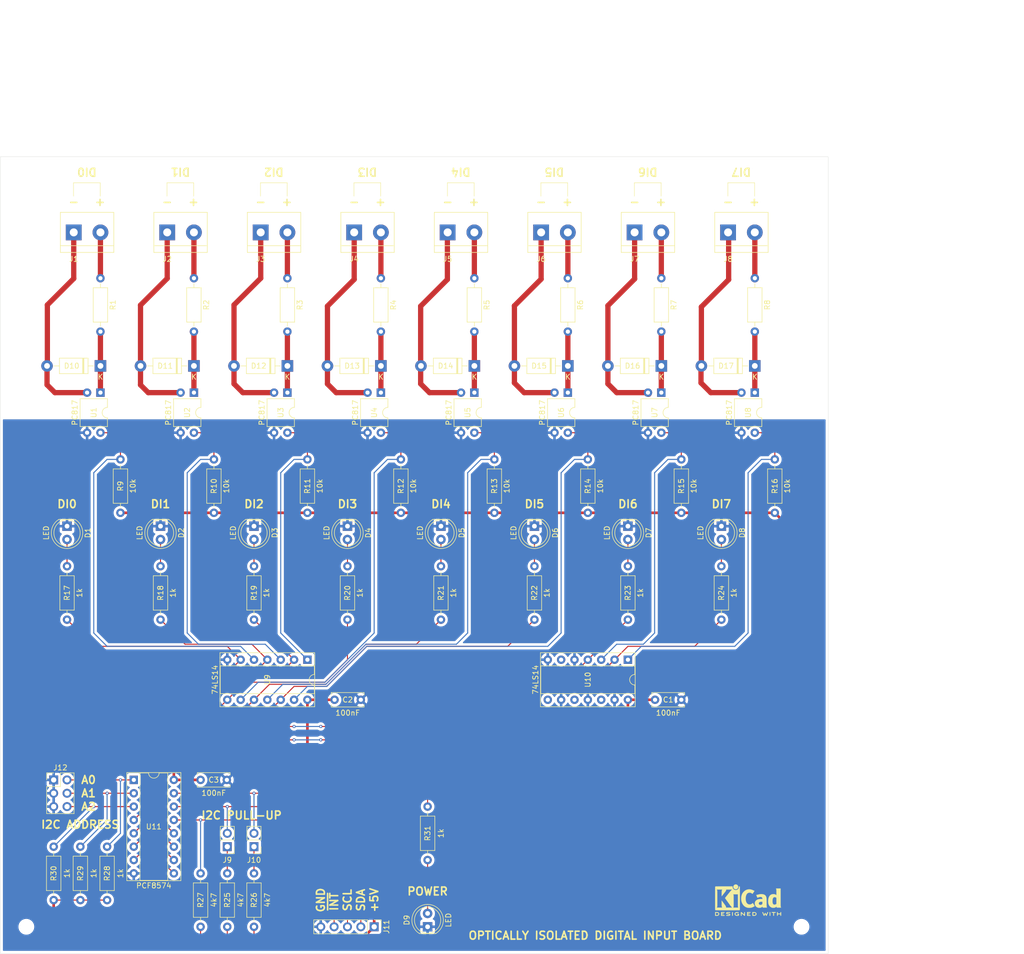
<source format=kicad_pcb>
(kicad_pcb (version 20240108) (generator "pcbnew") (generator_version "8.0")
  (layers (0 "F.Cu" signal) (31 "B.Cu" signal) (34 "B.Paste" user) (35 "F.Paste" user) (36 "B.SilkS" user "B.Silkscreen") (37 "F.SilkS" user "F.Silkscreen") (38 "B.Mask" user) (39 "F.Mask" user) (44 "Edge.Cuts" user))
  (net 0 "")
  (net 1 "Net-(D1-A)")
  (net 2 "Net-(D2-A)")
  (net 3 "Net-(D3-A)")
  (net 4 "Net-(R11-Pad2)")
  (net 5 "Net-(D4-A)")
  (net 6 "Net-(D5-A)")
  (net 7 "Net-(R13-Pad2)")
  (net 8 "Net-(D6-A)")
  (net 9 "Net-(D7-A)")
  (net 10 "Net-(R15-Pad2)")
  (net 11 "Net-(D8-A)")
  (net 12 "Net-(R16-Pad2)")
  (net 13 "GND")
  (net 14 "Net-(D9-A)")
  (net 15 "+5V")
  (net 16 "Net-(J3-Pin_2)")
  (net 17 "Net-(J4-Pin_2)")
  (net 18 "Net-(J1-Pin_2)")
  (net 19 "Net-(J7-Pin_2)")
  (net 20 "Net-(J8-Pin_2)")
  (net 21 "P0")
  (net 22 "P1")
  (net 23 "P2")
  (net 24 "P3")
  (net 25 "P4")
  (net 26 "P5")
  (net 27 "P6")
  (net 28 "P7")
  (net 29 "Net-(J10-Pin_2)")
  (net 30 "Net-(D10-K)")
  (net 31 "Net-(D10-A)")
  (net 32 "Net-(D11-K)")
  (net 33 "Net-(D11-A)")
  (net 34 "Net-(D12-K)")
  (net 35 "Net-(J9-Pin_1)")
  (net 36 "Net-(D12-A)")
  (net 37 "Net-(D13-K)")
  (net 38 "Net-(D13-A)")
  (net 39 "Net-(J10-Pin_1)")
  (net 40 "Net-(D14-K)")
  (net 41 "Net-(J2-Pin_2)")
  (net 42 "Net-(J12-Pin_2)")
  (net 43 "Net-(D14-A)")
  (net 44 "Net-(D15-K)")
  (net 45 "Net-(J5-Pin_2)")
  (net 46 "Net-(J6-Pin_2)")
  (net 47 "Net-(J11-Pin_3)")
  (net 48 "Net-(J11-Pin_4)")
  (net 49 "Net-(J12-Pin_4)")
  (net 50 "Net-(J12-Pin_6)")
  (net 51 "Net-(D15-A)")
  (net 52 "Net-(D16-K)")
  (net 53 "Net-(D16-A)")
  (net 54 "Net-(D17-K)")
  (net 55 "Net-(D17-A)")
  (net 56 "Net-(R9-Pad2)")
  (net 57 "Net-(R10-Pad2)")
  (net 58 "Net-(R12-Pad2)")
  (net 59 "Net-(R14-Pad2)")
  (footprint "Resistor_THT:R_Axial_DIN0207_L6.3mm_D2.5mm_P10.16mm_Horizontal" (layer "F.Cu") (at 191.78 84.915 -90)
    (property "Reference" "R7")
    (property "Value" "4k7")
  )
  (footprint "TerminalBlock:TerminalBlock_bornier-2_P5.08mm" (layer "F.Cu") (at 133.355 76.2)
    (property "Reference" "J4" (hide yes))
    (property "Value" "DI3")
  )
  (footprint "Package_DIP:DIP-4_W7.62mm" (layer "F.Cu") (at 120.655 106.68 -90)
    (property "Reference" "U3" (hide yes))
    (property "Value" "PC817")
  )
  (footprint "Resistor_THT:R_Axial_DIN0207_L6.3mm_D2.5mm_P10.16mm_Horizontal" (layer "F.Cu") (at 167.64 149.86 90)
    (property "Reference" "R22" (hide yes))
    (property "Value" "1k")
  )
  (footprint "LED_THT:LED_D5.0mm" (layer "F.Cu") (at 167.64 132.08 -90)
    (property "Reference" "D6")
    (property "Value" "LED")
  )
  (footprint "Resistor_THT:R_Axial_DIN0207_L6.3mm_D2.5mm_P10.16mm_Horizontal" (layer "F.Cu") (at 86.36 193.04 -90)
    (property "Reference" "R28" (hide yes))
    (property "Value" "1k")
  )
  (footprint "Package_DIP:DIP-4_W7.62mm" (layer "F.Cu") (at 138.435 106.68 -90)
    (property "Reference" "U4" (hide yes))
    (property "Value" "PC817")
  )
  (footprint "TerminalBlock:TerminalBlock_bornier-2_P5.08mm" (layer "F.Cu") (at 204.475 76.2)
    (property "Reference" "J8" (hide yes))
    (property "Value" "DI7")
  )
  (footprint "Package_DIP:DIP-4_W7.62mm" (layer "F.Cu") (at 102.875 106.68 -90)
    (property "Reference" "U2" (hide yes))
    (property "Value" "PC817")
  )
  (footprint "Resistor_THT:R_Axial_DIN0207_L6.3mm_D2.5mm_P10.16mm_Horizontal" (layer "F.Cu") (at 81.28 193.04 -90)
    (property "Reference" "R29" (hide yes))
    (property "Value" "1k")
  )
  (footprint "Resistor_THT:R_Axial_DIN0207_L6.3mm_D2.5mm_P10.16mm_Horizontal" (layer "F.Cu") (at 173.995 84.92 -90)
    (property "Reference" "R6")
    (property "Value" "4k7")
  )
  (footprint "MountingHole:MountingHole_2.5mm" (layer "F.Cu") (at 71 67)
    (property "Reference" "H1" (hide yes))
    (property "Value" "MountingHole" (hide yes))
  )
  (footprint "Resistor_THT:R_Axial_DIN0207_L6.3mm_D2.5mm_P10.16mm_Horizontal" (layer "F.Cu") (at 124.46 129.54 90)
    (property "Reference" "R11" (hide yes))
    (property "Value" "10k")
  )
  (footprint "Package_DIP:DIP-4_W7.62mm" (layer "F.Cu") (at 156.215 106.68 -90)
    (property "Reference" "U5" (hide yes))
    (property "Value" "PC817")
  )
  (footprint "MountingHole:MountingHole_2.5mm" (layer "F.Cu") (at 71 208.28)
    (property "Reference" "H3" (hide yes))
    (property "Value" "MountingHole" (hide yes))
  )
  (footprint "Capacitor_THT:C_Disc_D6.0mm_W2.5mm_P5.00mm" (layer "F.Cu") (at 104.14 180.34)
    (property "Reference" "C3" (hide yes))
    (property "Value" "100nF")
  )
  (footprint "TerminalBlock:TerminalBlock_bornier-2_P5.08mm" (layer "F.Cu") (at 151.135 76.2)
    (property "Reference" "J5" (hide yes))
    (property "Value" "DI4")
  )
  (footprint "Resistor_THT:R_Axial_DIN0207_L6.3mm_D2.5mm_P10.16mm_Horizontal" (layer "F.Cu") (at 142.24 129.54 90)
    (property "Reference" "R12" (hide yes))
    (property "Value" "10k")
  )
  (footprint "Symbol:KiCad-Logo2_5mm_SilkScreen" (layer "F.Cu") (at 208.28 203.2)
    (property "Reference" "REF**" (hide yes))
    (property "Value" "KiCad-Logo2_5mm_SilkScreen" (hide yes))
  )
  (footprint "Resistor_THT:R_Axial_DIN0207_L6.3mm_D2.5mm_P10.16mm_Horizontal" (layer "F.Cu") (at 76.2 193.04 -90)
    (property "Reference" "R30" (hide yes))
    (property "Value" "1k")
  )
  (footprint "Package_DIP:DIP-4_W7.62mm" (layer "F.Cu") (at 85.095 106.68 -90)
    (property "Reference" "U1" (hide yes))
    (property "Value" "PC817")
  )
  (footprint "MountingHole:MountingHole_2.5mm" (layer "F.Cu") (at 218.44 208.28)
    (property "Reference" "H4" (hide yes))
    (property "Value" "MountingHole" (hide yes))
  )
  (footprint "Diode_THT:D_DO-41_SOD81_P10.16mm_Horizontal" (layer "F.Cu") (at 138.435 101.6 180)
    (property "Reference" "D13" (hide yes))
    (property "Value" "1N4007" (hide yes))
  )
  (footprint "Diode_THT:D_DO-41_SOD81_P10.16mm_Horizontal" (layer "F.Cu") (at 120.655 101.6 180)
    (property "Reference" "D12" (hide yes))
    (property "Value" "1N4007" (hide yes))
  )
  (footprint "Capacitor_THT:C_Disc_D6.0mm_W2.5mm_P5.00mm" (layer "F.Cu") (at 190.58 165.1)
    (property "Reference" "C1" (hide yes))
    (property "Value" "100nF")
  )
  (footprint "LED_THT:LED_D5.0mm" (layer "F.Cu") (at 132.08 132.08 -90)
    (property "Reference" "D4")
    (property "Value" "LED")
  )
  (footprint "Capacitor_THT:C_Disc_D6.0mm_W2.5mm_P5.00mm" (layer "F.Cu") (at 129.62 165.1)
    (property "Reference" "C2" (hide yes))
    (property "Value" "100nF")
  )
  (footprint "Connector_PinHeader_2.54mm:PinHeader_1x05_P2.54mm_Vertical" (layer "F.Cu") (at 137.16 208.28 -90)
    (property "Reference" "J11")
    (property "Value" "~")
  )
  (footprint "Resistor_THT:R_Axial_DIN0207_L6.3mm_D2.5mm_P10.16mm_Horizontal" (layer "F.Cu") (at 96.52 149.86 90)
    (property "Reference" "R18" (hide yes))
    (property "Value" "1k")
  )
  (footprint "Diode_THT:D_DO-41_SOD81_P10.16mm_Horizontal" (layer "F.Cu") (at 156.215 101.6 180)
    (property "Reference" "D14" (hide yes))
    (property "Value" "1N4007" (hide yes))
  )
  (footprint "Diode_THT:D_DO-41_SOD81_P10.16mm_Horizontal" (layer "F.Cu") (at 191.775 101.6 180)
    (property "Reference" "D16" (hide yes))
    (property "Value" "1N4007" (hide yes))
  )
  (footprint "MountingHole:MountingHole_2.5mm" (layer "F.Cu") (at 218.5 67)
    (property "Reference" "H2" (hide yes))
    (property "Value" "MountingHole" (hide yes))
  )
  (footprint "Resistor_THT:R_Axial_DIN0207_L6.3mm_D2.5mm_P10.16mm_Horizontal" (layer "F.Cu") (at 120.655 84.92 -90)
    (property "Reference" "R3")
    (property "Value" "4k7")
  )
  (footprint "TerminalBlock:TerminalBlock_bornier-2_P5.08mm" (layer "F.Cu") (at 168.915 76.2)
    (property "Reference" "J6" (hide yes))
    (property "Value" "DI5")
  )
  (footprint "Resistor_THT:R_Axial_DIN0207_L6.3mm_D2.5mm_P10.16mm_Horizontal" (layer "F.Cu") (at 138.435 84.92 -90)
    (property "Reference" "R4")
    (property "Value" "4k7")
  )
  (footprint "Resistor_THT:R_Axial_DIN0207_L6.3mm_D2.5mm_P10.16mm_Horizontal" (layer "F.Cu") (at 156.215 84.92 -90)
    (property "Reference" "R5")
    (property "Value" "4k7")
  )
  (footprint "LED_THT:LED_D5.0mm" (layer "F.Cu") (at 78.74 132.08 -90)
    (property "Reference" "D1")
    (property "Value" "LED")
  )
  (footprint "TerminalBlock:TerminalBlock_bornier-2_P5.08mm" (layer "F.Cu") (at 115.575 76.2)
    (property "Reference" "J3" (hide yes))
    (property "Value" "DI2")
  )
  (footprint "LED_THT:LED_D5.0mm" (layer "F.Cu") (at 96.52 132.08 -90)
    (property "Reference" "D2")
    (property "Value" "LED")
  )
  (footprint "Resistor_THT:R_Axial_DIN0207_L6.3mm_D2.5mm_P10.16mm_Horizontal" (layer "F.Cu") (at 213.36 129.54 90)
    (property "Reference" "R16" (hide yes))
    (property "Value" "10k")
  )
  (footprint "Resistor_THT:R_Axial_DIN0207_L6.3mm_D2.5mm_P10.16mm_Horizontal" (layer "F.Cu") (at 114.3 198.12 -90)
    (property "Reference" "R26" (hide yes))
    (property "Value" "4k7")
  )
  (footprint "Resistor_THT:R_Axial_DIN0207_L6.3mm_D2.5mm_P10.16mm_Horizontal" (layer "F.Cu") (at 177.8 129.54 90)
    (property "Reference" "R14" (hide yes))
    (property "Value" "10k")
  )
  (footprint "Resistor_THT:R_Axial_DIN0207_L6.3mm_D2.5mm_P10.16mm_Horizontal" (layer "F.Cu") (at 203.2 149.86 90)
    (property "Reference" "R24" (hide yes))
    (property "Value" "1k")
  )
  (footprint "LED_THT:LED_D5.0mm" (layer "F.Cu") (at 114.3 132.08 -90)
    (property "Reference" "D3")
    (property "Value" "LED")
  )
  (footprint "Package_DIP:DIP-4_W7.62mm" (layer "F.Cu") (at 209.555 106.68 -90)
    (property "Reference" "U8" (hide yes))
    (property "Value" "PC817")
  )
  (footprint "Package_DIP:DIP-14_W7.62mm_Socket" (layer "F.Cu") (at 185.42 157.48 -90)
    (property "Reference" "U10" (hide yes))
    (property "Value" "74LS14")
  )
  (footprint "Connector_PinHeader_2.54mm:PinHeader_1x02_P2.54mm_Vertical" (layer "F.Cu") (at 109.22 193.04 180)
    (property "Reference" "J9")
    (property "Value" "~")
  )
  (footprint "Resistor_THT:R_Axial_DIN0207_L6.3mm_D2.5mm_P10.16mm_Horizontal" (layer "F.Cu") (at 78.74 149.86 90)
    (property "Reference" "R17" (hide yes))
    (property "Value" "1k")
  )
  (footprint "Resistor_THT:R_Axial_DIN0207_L6.3mm_D2.5mm_P10.16mm_Horizontal" (layer "F.Cu") (at 160.02 129.54 90)
    (property "Reference" "R13" (hide yes))
    (property "Value" "10k")
  )
  (footprint "Resistor_THT:R_Axial_DIN0207_L6.3mm_D2.5mm_P10.16mm_Horizontal" (layer "F.Cu") (at 102.875 84.92 -90)
    (property "Reference" "R2")
    (property "Value" "4k7")
  )
  (footprint "TerminalBlock:TerminalBlock_bornier-2_P5.08mm" (layer "F.Cu") (at 80.015 76.2)
    (property "Reference" "J1" (hide yes))
    (property "Value" "DI0")
  )
  (footprint "LED_THT:LED_D5.0mm" (layer "F.Cu") (at 147.32 208.28 90)
    (property "Reference" "D9")
    (property "Value" "LED")
  )
  (footprint "Diode_THT:D_DO-41_SOD81_P10.16mm_Horizontal" (layer "F.Cu") (at 209.555 101.6 180)
    (property "Reference" "D17" (hide yes))
    (property "Value" "1N4007" (hide yes))
  )
  (footprint "Package_DIP:DIP-16_W7.62mm_Socket" (layer "F.Cu") (at 91.44 180.34)
    (property "Reference" "U11" (hide yes))
    (property "Value" "PCF8574")
  )
  (footprint "Package_DIP:DIP-4_W7.62mm" (layer "F.Cu") (at 173.995 106.68 -90)
    (property "Reference" "U6" (hide yes))
    (property "Value" "PC817")
  )
  (footprint "TerminalBlock:TerminalBlock_bornier-2_P5.08mm" (layer "F.Cu") (at 186.695 76.2)
    (property "Reference" "J7" (hide yes))
    (property "Value" "DI6")
  )
  (footprint "Resistor_THT:R_Axial_DIN0207_L6.3mm_D2.5mm_P10.16mm_Horizontal" (layer "F.Cu") (at 85.095 84.92 -90)
    (property "Reference" "R1")
    (property "Value" "4k7")
  )
  (footprint "Diode_THT:D_DO-41_SOD81_P10.16mm_Horizontal" (layer "F.Cu") (at 173.995 101.6 180)
    (property "Reference" "D15" (hide yes))
    (property "Value" "1N4007" (hide yes))
  )
  (footprint "Resistor_THT:R_Axial_DIN0207_L6.3mm_D2.5mm_P10.16mm_Horizontal" (layer "F.Cu") (at 195.58 129.54 90)
    (property "Reference" "R15" (hide yes))
    (property "Value" "10k")
  )
  (footprint "LED_THT:LED_D5.0mm" (layer "F.Cu") (at 149.86 132.08 -90)
    (property "Reference" "D5")
    (property "Value" "LED")
  )
  (footprint "Package_DIP:DIP-14_W7.62mm_Socket" (layer "F.Cu") (at 124.46 157.48 -90)
    (property "Reference" "U9" (hide yes))
    (property "Value" "74LS14")
  )
  (footprint "Diode_THT:D_DO-41_SOD81_P10.16mm_Horizontal" (layer "F.Cu") (at 102.875 101.6 180)
    (property "Reference" "D11" (hide yes))
    (property "Value" "1N4007" (hide yes))
  )
  (footprint "Resistor_THT:R_Axial_DIN0207_L6.3mm_D2.5mm_P10.16mm_Horizontal" (layer "F.Cu") (at 109.22 198.12 -90)
    (property "Reference" "R25" (hide yes))
    (property "Value" "4k7")
  )
  (footprint "Diode_THT:D_DO-41_SOD81_P10.16mm_Horizontal" (layer "F.Cu") (at 85.095 101.6 180)
    (property "Reference" "D10" (hide yes))
    (property "Value" "1N4007" (hide yes))
  )
  (footprint "Resistor_THT:R_Axial_DIN0207_L6.3mm_D2.5mm_P10.16mm_Horizontal" (layer "F.Cu") (at 88.9 129.54 90)
    (property "Reference" "R9" (hide yes))
    (property "Value" "10k")
  )
  (footprint "Resistor_THT:R_Axial_DIN0207_L6.3mm_D2.5mm_P10.16mm_Horizontal" (layer "F.Cu") (at 104.14 208.28 90)
    (property "Reference" "R27" (hide yes))
    (property "Value" "4k7")
  )
  (footprint "TerminalBlock:TerminalBlock_bornier-2_P5.08mm" (layer "F.Cu") (at 97.795 76.2)
    (property "Reference" "J2" (hide yes))
    (property "Value" "DI1")
  )
  (footprint "Package_DIP:DIP-4_W7.62mm" (layer "F.Cu") (at 191.775 106.68 -90)
    (property "Reference" "U7" (hide yes))
    (property "Value" "PC817")
  )
  (footprint "Resistor_THT:R_Axial_DIN0207_L6.3mm_D2.5mm_P10.16mm_Horizontal" (layer "F.Cu") (at 149.86 149.86 90)
    (property "Reference" "R21" (hide yes))
    (property "Value" "1k")
  )
  (footprint "LED_THT:LED_D5.0mm" (layer "F.Cu") (at 185.42 132.08 -90)
    (property "Reference" "D7")
    (property "Value" "LED")
  )
  (footprint "Resistor_THT:R_Axial_DIN0207_L6.3mm_D2.5mm_P10.16mm_Horizontal" (layer "F.Cu") (at 185.42 149.86 90)
    (property "Reference" "R23" (hide yes))
    (property "Value" "1k")
  )
  (footprint "Resistor_THT:R_Axial_DIN0207_L6.3mm_D2.5mm_P10.16mm_Horizontal" (layer "F.Cu") (at 114.3 149.86 90)
    (property "Reference" "R19" (hide yes))
    (property "Value" "1k")
  )
  (footprint "Connector_PinHeader_2.54mm:PinHeader_2x03_P2.54mm_Vertical" (layer "F.Cu") (at 76.2 180.34)
    (property "Reference" "J12")
    (property "Value" "Conn_02x03_Odd_Even" (hide yes))
  )
  (footprint "Resistor_THT:R_Axial_DIN0207_L6.3mm_D2.5mm_P10.16mm_Horizontal" (layer "F.Cu") (at 132.08 149.86 90)
    (property "Reference" "R20" (hide yes))
    (property "Value" "1k")
  )
  (footprint "Resistor_THT:R_Axial_DIN0207_L6.3mm_D2.5mm_P10.16mm_Horizontal" (layer "F.Cu") (at 147.32 185.42 -90)
    (property "Reference" "R31" (hide yes))
    (property "Value" "1k")
  )
  (footprint "Connector_PinHeader_2.54mm:PinHeader_1x02_P2.54mm_Vertical" (layer "F.Cu") (at 114.3 193.04 180)
    (property "Reference" "J10")
    (property "Value" "~")
  )
  (footprint "Resistor_THT:R_Axial_DIN0207_L6.3mm_D2.5mm_P10.16mm_Horizontal" (layer "F.Cu") (at 106.68 129.54 90)
    (property "Reference" "R10" (hide yes))
    (property "Value" "10k")
  )
  (footprint "LED_THT:LED_D5.0mm" (layer "F.Cu") (at 203.2 132.08 -90)
    (property "Reference" "D8")
    (property "Value" "LED")
  )
  (footprint "Resistor_THT:R_Axial_DIN0207_L6.3mm_D2.5mm_P10.16mm_Horizontal" (layer "F.Cu") (at 209.56 84.915 -90)
    (property "Reference" "R8")
    (property "Value" "4k7")
  )
  (gr_line (start 133.315 69.311) (end 133.315 66.771) (stroke (width 0.1)) (layer "F.SilkS"))
  (gr_line (start 97.755 69.311) (end 97.755 66.771) (stroke (width 0.1)) (layer "F.SilkS"))
  (gr_line (start 138.395 66.771) (end 138.395 69.311) (stroke (width 0.1)) (layer "F.SilkS"))
  (gr_line (start 186.655 69.311) (end 186.655 66.771) (stroke (width 0.1)) (layer "F.SilkS"))
  (gr_line (start 151.095 69.311) (end 151.095 66.771) (stroke (width 0.1)) (layer "F.SilkS"))
  (gr_line (start 168.875 69.311) (end 168.875 66.771) (stroke (width 0.1)) (layer "F.SilkS"))
  (gr_line (start 85.055 66.771) (end 85.055 69.311) (stroke (width 0.1)) (layer "F.SilkS"))
  (gr_line (start 115.535 66.771) (end 120.615 66.771) (stroke (width 0.1)) (layer "F.SilkS"))
  (gr_line (start 204.435 66.771) (end 209.515 66.771) (stroke (width 0.1)) (layer "F.SilkS"))
  (gr_line (start 115.535 69.311) (end 115.535 66.771) (stroke (width 0.1)) (layer "F.SilkS"))
  (gr_line (start 79.975 66.771) (end 85.055 66.771) (stroke (width 0.1)) (layer "F.SilkS"))
  (gr_line (start 168.875 66.771) (end 173.955 66.771) (stroke (width 0.1)) (layer "F.SilkS"))
  (gr_line (start 191.735 66.771) (end 191.735 69.311) (stroke (width 0.1)) (layer "F.SilkS"))
  (gr_line (start 79.975 69.311) (end 79.975 66.771) (stroke (width 0.1)) (layer "F.SilkS"))
  (gr_line (start 204.435 69.311) (end 204.435 66.771) (stroke (width 0.1)) (layer "F.SilkS"))
  (gr_line (start 173.955 66.771) (end 173.955 69.311) (stroke (width 0.1)) (layer "F.SilkS"))
  (gr_line (start 151.095 66.771) (end 156.175 66.771) (stroke (width 0.1)) (layer "F.SilkS"))
  (gr_line (start 102.835 66.771) (end 102.835 69.311) (stroke (width 0.1)) (layer "F.SilkS"))
  (gr_line (start 156.175 66.771) (end 156.175 69.311) (stroke (width 0.1)) (layer "F.SilkS"))
  (gr_line (start 120.615 66.771) (end 120.615 69.311) (stroke (width 0.1)) (layer "F.SilkS"))
  (gr_line (start 209.515 66.771) (end 209.515 69.311) (stroke (width 0.1)) (layer "F.SilkS"))
  (gr_line (start 133.315 66.771) (end 138.395 66.771) (stroke (width 0.1)) (layer "F.SilkS"))
  (gr_line (start 186.655 66.771) (end 191.735 66.771) (stroke (width 0.1)) (layer "F.SilkS"))
  (gr_line (start 97.755 66.771) (end 102.835 66.771) (stroke (width 0.1)) (layer "F.SilkS"))
  (gr_rect (start 66.04 61.84) (end 223.52 213.36) (stroke (width 0.05)) (fill none) (layer "Edge.Cuts"))
  (gr_text "-" (at 168.915 71.271 0) (layer "F.SilkS") (effects (font (size 1.5 1.5) (thickness 0.3) (bold yes)) (justify bottom)))
  (gr_text "SDA" (at 134.62 203.2 90) (layer "F.SilkS") (effects (font (size 1.5 1.5) (thickness 0.3) (bold yes))))
  (gr_text "+" (at 156.135 71.271 0) (layer "F.SilkS") (effects (font (size 1.5 1.5) (thickness 0.3) (bold yes)) (justify bottom)))
  (gr_text "+" (at 173.915 71.271 0) (layer "F.SilkS") (effects (font (size 1.5 1.5) (thickness 0.3) (bold yes)) (justify bottom)))
  (gr_text "+5V" (at 137.16 203.2 90) (layer "F.SilkS") (effects (font (size 1.5 1.5) (thickness 0.3) (bold yes))))
  (gr_text "-" (at 80.015 71.271 0) (layer "F.SilkS") (effects (font (size 1.5 1.5) (thickness 0.3) (bold yes)) (justify bottom)))
  (gr_text "-" (at 97.795 71.271 0) (layer "F.SilkS") (effects (font (size 1.5 1.5) (thickness 0.3) (bold yes)) (justify bottom)))
  (gr_text "+" (at 120.575 71.271 0) (layer "F.SilkS") (effects (font (size 1.5 1.5) (thickness 0.3) (bold yes)) (justify bottom)))
  (gr_text "GND" (at 127 203.2 90) (layer "F.SilkS") (effects (font (size 1.5 1.5) (thickness 0.3) (bold yes))))
  (gr_text "+" (at 85.015 71.271 0) (layer "F.SilkS") (effects (font (size 1.5 1.5) (thickness 0.3) (bold yes)) (justify bottom)))
  (gr_text "+" (at 102.795 71.271 0) (layer "F.SilkS") (effects (font (size 1.5 1.5) (thickness 0.3) (bold yes)) (justify bottom)))
  (gr_text "-" (at 115.575 71.271 0) (layer "F.SilkS") (effects (font (size 1.5 1.5) (thickness 0.3) (bold yes)) (justify bottom)))
  (gr_text "I2C ADDRESS" (at 73.66 187.96 0) (layer "F.SilkS") (effects (font (size 1.5 1.5) (thickness 0.3) (bold yes)) (justify left top)))
  (gr_text "DI7" (at 203.2 127 0) (layer "F.SilkS") (effects (font (size 1.5 1.5) (thickness 0.3) (bold yes)) (justify top)))
  (gr_text "+" (at 209.475 71.271 0) (layer "F.SilkS") (effects (font (size 1.5 1.5) (thickness 0.3) (bold yes)) (justify bottom)))
  (gr_text "-" (at 151.135 71.271 0) (layer "F.SilkS") (effects (font (size 1.5 1.5) (thickness 0.3) (bold yes)) (justify bottom)))
  (gr_text "DI0" (at 78.74 127 0) (layer "F.SilkS") (effects (font (size 1.5 1.5) (thickness 0.3) (bold yes)) (justify top)))
  (gr_text "A0" (at 81.28 180.34 0) (layer "F.SilkS") (effects (font (size 1.5 1.5) (thickness 0.3) (bold yes)) (justify left)))
  (gr_text "~{INT}" (at 129.54 203.5 90) (layer "F.SilkS") (effects (font (size 1.5 1.5) (thickness 0.3) (bold yes))))
  (gr_text "I2C PULL-UP" (at 104.14 187.96 0) (layer "F.SilkS") (effects (font (size 1.5 1.5) (thickness 0.3) (bold yes)) (justify left bottom)))
  (gr_text "A1" (at 81.28 182.88 0) (layer "F.SilkS") (effects (font (size 1.5 1.5) (thickness 0.3) (bold yes)) (justify left)))
  (gr_text "SCL" (at 132.08 203.2 90) (layer "F.SilkS") (effects (font (size 1.5 1.5) (thickness 0.3) (bold yes))))
  (gr_text "DI3" (at 132.08 127 0) (layer "F.SilkS") (effects (font (size 1.5 1.5) (thickness 0.3) (bold yes)) (justify top)))
  (gr_text "DI4" (at 149.86 127 0) (layer "F.SilkS") (effects (font (size 1.5 1.5) (thickness 0.3) (bold yes)) (justify top)))
  (gr_text "+" (at 191.695 71.271 0) (layer "F.SilkS") (effects (font (size 1.5 1.5) (thickness 0.3) (bold yes)) (justify bottom)))
  (gr_text "A2" (at 81.28 185.42 0) (layer "F.SilkS") (effects (font (size 1.5 1.5) (thickness 0.3) (bold yes)) (justify left)))
  (gr_text "POWER" (at 147.32 200.66 0) (layer "F.SilkS") (effects (font (size 1.5 1.5) (thickness 0.3) (bold yes)) (justify top)))
  (gr_text "DI1" (at 96.52 127 0) (layer "F.SilkS") (effects (font (size 1.5 1.5) (thickness 0.3) (bold yes)) (justify top)))
  (gr_text "DI2" (at 114.3 127 0) (layer "F.SilkS") (effects (font (size 1.5 1.5) (thickness 0.3) (bold yes)) (justify top)))
  (gr_text "DI5" (at 167.64 127 0) (layer "F.SilkS") (effects (font (size 1.5 1.5) (thickness 0.3) (bold yes)) (justify top)))
  (gr_text "OPTICALLY ISOLATED DIGITAL INPUT BOARD" (at 154.94 210.82 0) (layer "F.SilkS") (effects (font (size 1.5 1.5) (thickness 0.3) (bold yes)) (justify left bottom)))
  (gr_text "+" (at 138.355 71.271 0) (layer "F.SilkS") (effects (font (size 1.5 1.5) (thickness 0.3) (bold yes)) (justify bottom)))
  (gr_text "-" (at 204.475 71.271 0) (layer "F.SilkS") (effects (font (size 1.5 1.5) (thickness 0.3) (bold yes)) (justify bottom)))
  (gr_text "DI6" (at 185.42 127 0) (layer "F.SilkS") (effects (font (size 1.5 1.5) (thickness 0.3) (bold yes)) (justify top)))
  (gr_text "-" (at 133.355 71.271 0) (layer "F.SilkS") (effects (font (size 1.5 1.5) (thickness 0.3) (bold yes)) (justify bottom)))
  (gr_text "-" (at 186.695 71.271 0) (layer "F.SilkS") (effects (font (size 1.5 1.5) (thickness 0.3) (bold yes)) (justify bottom)))
  (segment (start 78.74 139.7) (end 78.74 134.62) (width 0.2) (layer "F.Cu") (net 1))
  (segment (start 96.52 139.7) (end 96.52 134.62) (width 0.2) (layer "F.Cu") (net 2))
  (segment (start 114.3 139.7) (end 114.3 134.62) (width 0.2) (layer "F.Cu") (net 3))
  (segment (start 124.46 116.84) (end 124.46 119.38) (width 0.2) (layer "F.Cu") (net 4))
  (segment (start 121.92 114.3) (end 124.46 116.84) (width 0.2) (layer "F.Cu") (net 4))
  (segment (start 120.655 114.3) (end 121.92 114.3) (width 0.2) (layer "F.Cu") (net 4))
  (segment (start 119.38 152.4) (end 124.46 157.48) (width 0.2) (layer "B.Cu") (net 4))
  (segment (start 124.46 119.38) (end 121.92 119.38) (width 0.2) (layer "B.Cu") (net 4))
  (segment (start 121.92 119.38) (end 119.38 121.92) (width 0.2) (layer "B.Cu") (net 4))
  (segment (start 119.38 121.92) (end 119.38 152.4) (width 0.2) (layer "B.Cu") (net 4))
  (segment (start 132.08 134.62) (end 132.08 139.7) (width 0.2) (layer "F.Cu") (net 5))
  (segment (start 149.86 134.62) (end 149.86 139.7) (width 0.2) (layer "F.Cu") (net 6))
  (segment (start 156.215 114.3) (end 157.48 114.3) (width 0.2) (layer "F.Cu") (net 7))
  (segment (start 160.02 116.84) (end 160.02 119.38) (width 0.2) (layer "F.Cu") (net 7))
  (segment (start 157.48 114.3) (end 160.02 116.84) (width 0.2) (layer "F.Cu") (net 7))
  (segment (start 135.585685 154.54) (end 127.965685 162.16) (width 0.2) (layer "B.Cu") (net 7))
  (segment (start 154.94 121.92) (end 154.94 152.4) (width 0.2) (layer "B.Cu") (net 7))
  (segment (start 157.48 119.38) (end 154.94 121.92) (width 0.2) (layer "B.Cu") (net 7))
  (segment (start 154.94 152.4) (end 152.8 154.54) (width 0.2) (layer "B.Cu") (net 7))
  (segment (start 152.8 154.54) (end 135.585685 154.54) (width 0.2) (layer "B.Cu") (net 7))
  (segment (start 127.965685 162.16) (end 119.78 162.16) (width 0.2) (layer "B.Cu") (net 7))
  (segment (start 119.78 162.16) (end 116.84 165.1) (width 0.2) (layer "B.Cu") (net 7))
  (segment (start 160.02 119.38) (end 157.48 119.38) (width 0.2) (layer "B.Cu") (net 7))
  (segment (start 167.64 134.62) (end 167.64 139.7) (width 0.2) (layer "F.Cu") (net 8))
  (segment (start 185.42 134.62) (end 185.42 139.7) (width 0.2) (layer "F.Cu") (net 9))
  (segment (start 195.58 116.84) (end 195.58 119.38) (width 0.2) (layer "F.Cu") (net 10))
  (segment (start 191.775 114.3) (end 193.04 114.3) (width 0.2) (layer "F.Cu") (net 10))
  (segment (start 193.04 114.3) (end 195.58 116.84) (width 0.2) (layer "F.Cu") (net 10))
  (segment (start 190.5 121.92) (end 190.5 152.4) (width 0.2) (layer "B.Cu") (net 10))
  (segment (start 183.28 154.54) (end 180.34 157.48) (width 0.2) (layer "B.Cu") (net 10))
  (segment (start 195.58 119.38) (end 193.04 119.38) (width 0.2) (layer "B.Cu") (net 10))
  (segment (start 193.04 119.38) (end 190.5 121.92) (width 0.2) (layer "B.Cu") (net 10))
  (segment (start 190.5 152.4) (end 188.36 154.54) (width 0.2) (layer "B.Cu") (net 10))
  (segment (start 188.36 154.54) (end 183.28 154.54) (width 0.2) (layer "B.Cu") (net 10))
  (segment (start 203.2 139.7) (end 203.2 134.62) (width 0.2) (layer "F.Cu") (net 11))
  (segment (start 213.36 116.84) (end 213.36 119.38) (width 0.2) (layer "F.Cu") (net 12))
  (segment (start 209.555 114.3) (end 210.82 114.3) (width 0.2) (layer "F.Cu") (net 12))
  (segment (start 210.82 114.3) (end 213.36 116.84) (width 0.2) (layer "F.Cu") (net 12))
  (segment (start 187.96 154.94) (end 185.42 157.48) (width 0.2) (layer "B.Cu") (net 12))
  (segment (start 205.74 154.94) (end 187.96 154.94) (width 0.2) (layer "B.Cu") (net 12))
  (segment (start 208.28 121.92) (end 208.28 152.4) (width 0.2) (layer "B.Cu") (net 12))
  (segment (start 208.28 152.4) (end 205.74 154.94) (width 0.2) (layer "B.Cu") (net 12))
  (segment (start 210.82 119.38) (end 208.28 121.92) (width 0.2) (layer "B.Cu") (net 12))
  (segment (start 213.36 119.38) (end 210.82 119.38) (width 0.2) (layer "B.Cu") (net 12))
  (segment (start 147.32 205.74) (end 147.32 195.58) (width 0.2) (layer "F.Cu") (net 14))
  (segment (start 147.32 185.42) (end 147.32 182.88) (width 0.2) (layer "F.Cu") (net 15))
  (segment (start 99.06 180.34) (end 104.14 180.34) (width 0.5) (layer "F.Cu") (net 15))
  (segment (start 144.78 180.34) (end 137.16 180.34) (width 0.2) (layer "F.Cu") (net 15))
  (segment (start 137.16 175.26) (end 147.32 175.26) (width 0.5) (layer "F.Cu") (net 15))
  (segment (start 147.32 175.26) (end 152.4 175.26) (width 0.5) (layer "F.Cu") (net 15))
  (segment (start 114.3 210.82) (end 109.22 210.82) (width 0.5) (layer "F.Cu") (net 15))
  (segment (start 78.74 210.82) (end 76.2 208.28) (width 0.5) (layer "F.Cu") (net 15))
  (segment (start 185.42 175.26) (end 185.42 165.1) (width 0.5) (layer "F.Cu") (net 15))
  (segment (start 96.52 129.54) (end 106.68 129.54) (width 0.5) (layer "F.Cu") (net 15))
  (segment (start 114.3 208.28) (end 114.3 210.82) (width 0.2) (layer "F.Cu") (net 15))
  (segment (start 185.42 165.1) (end 190.58 165.1) (width 0.5) (layer "F.Cu") (net 15))
  (segment (start 81.28 203.2) (end 76.2 203.2) (width 0.2) (layer "F.Cu") (net 15))
  (segment (start 124.46 175.26) (end 124.46 165.1) (width 0.5) (layer "F.Cu") (net 15))
  (segment (start 195.58 129.54) (end 200.66 129.54) (width 0.5) (layer "F.Cu") (net 15))
  (segment (start 160.02 129.54) (end 177.8 129.54) (width 0.5) (layer "F.Cu") (net 15))
  (segment (start 142.24 129.54) (end 160.02 129.54) (width 0.5) (layer "F.Cu") (net 15))
  (segment (start 124.46 129.54) (end 142.24 129.54) (width 0.5) (layer "F.Cu") (net 15))
  (segment (start 88.9 129.54) (end 96.52 129.54) (width 0.5) (layer "F.Cu") (net 15))
  (segment (start 215.9 132.08) (end 213.36 129.54) (width 0.5) (layer "F.Cu") (net 15))
  (segment (start 124.46 175.26) (end 101.6 175.26) (width 0.5) (layer "F.Cu") (net 15))
  (segment (start 99.06 177.8) (end 99.06 180.34) (width 0.5) (layer "F.Cu") (net 15))
  (segment (start 147.32 182.88) (end 144.78 180.34) (width 0.2) (layer "F.Cu") (net 15))
  (segment (start 200.66 129.54) (end 213.36 129.54) (width 0.5) (layer "F.Cu") (net 15))
  (segment (start 137.16 175.26) (end 137.16 185.42) (width 0.5) (layer "F.Cu") (net 15))
  (segment (start 76.2 208.28) (end 76.2 203.2) (width 0.5) (layer "F.Cu") (net 15))
  (segment (start 137.16 208.28) (end 134.62 210.82) (width 0.5) (layer "F.Cu") (net 15))
  (segment (start 104.14 210.82) (end 109.22 210.82) (width 0.5) (layer "F.Cu") (net 15))
  (segment (start 106.68 129.54) (end 116.84 129.54) (width 0.5) (layer "F.Cu") (net 15))
  (segment (start 132.08 175.26) (end 137.16 175.26) (width 0.5) (layer "F.Cu") (net 15))
  (segment (start 215.9 152.4) (end 215.9 132.08) (width 0.5) (layer "F.Cu") (net 15))
  (segment (start 187.96 129.54) (end 195.58 129.54) (width 0.5) (layer "F.Cu") (net 15))
  (segment (start 116.84 129.54) (end 124.46 129.54) (width 0.5) (layer "F.Cu") (net 15))
  (segment (start 185.42 175.26) (end 193.04 175.26) (width 0.5) (layer "F.Cu") (net 15))
  (segment (start 78.74 210.82) (end 104.14 210.82) (width 0.5) (layer "F.Cu") (net 15))
  (segment (start 177.8 129.54) (end 187.96 129.54) (width 0.5) (layer "F.Cu") (net 15))
  (segment (start 132.08 175.26) (end 124.46 175.26) (width 0.5) (layer "F.Cu") (net 15))
  (segment (start 86.36 203.2) (end 81.28 203.2) (width 0.2) (layer "F.Cu") (net 15))
  (segment (start 134.62 210.82) (end 114.3 210.82) (width 0.5) (layer "F.Cu") (net 15))
  (segment (start 137.16 185.42) (end 137.16 198.12) (width 0.5) (layer "F.Cu") (net 15))
  (segment (start 101.6 175.26) (end 99.06 177.8) (width 0.5) (layer "F.Cu") (net 15))
  (segment (start 193.04 175.26) (end 215.9 152.4) (width 0.5) (layer "F.Cu") (net 15))
  (segment (start 124.46 165.1) (end 129.62 165.1) (width 0.5) (layer "F.Cu") (net 15))
  (segment (start 137.16 198.12) (end 137.16 208.28) (width 0.5) (layer "F.Cu") (net 15))
  (segment (start 152.4 175.26) (end 185.42 175.26) (width 0.5) (layer "F.Cu") (net 15))
  (segment (start 104.14 208.28) (end 104.14 210.82) (width 0.2) (layer "F.Cu") (net 15))
  (segment (start 109.22 208.28) (end 109.22 210.82) (width 0.2) (layer "F.Cu") (net 15))
  (segment (start 120.655 76.2) (end 120.655 84.92) (width 1) (layer "F.Cu") (net 16))
  (segment (start 138.44 84.915) (end 138.435 84.92) (width 0.2) (layer "F.Cu") (net 17))
  (segment (start 138.44 76.415) (end 138.44 84.915) (width 1) (layer "F.Cu") (net 17))
  (segment (start 85.095 84.92) (end 85.095 76.2) (width 1) (layer "F.Cu") (net 18))
  (segment (start 191.81 84.915) (end 192 84.725) (width 1) (layer "F.Cu") (net 19))
  (segment (start 191.78 84.915) (end 191.81 84.915) (width 1) (layer "F.Cu") (net 19))
  (segment (start 191.775 84.91) (end 191.78 84.915) (width 1) (layer "F.Cu") (net 19))
  (segment (start 192 76.275) (end 191.775 76.5) (width 1) (layer "F.Cu") (net 19))
  (segment (start 191.775 76.5) (end 191.775 84.91) (width 1) (layer "F.Cu") (net 19))
  (segment (start 209.555 76.2) (end 209.56 76.205) (width 1) (layer "F.Cu") (net 20))
  (segment (start 209.56 76.205) (end 209.56 84.915) (width 1) (layer "F.Cu") (net 20))
  (segment (start 93.18 171.25726) (end 93.18 186.22) (width 0.2) (layer "F.Cu") (net 21))
  (segment (start 111.76 157.48) (end 109.62 159.62) (width 0.2) (layer "F.Cu") (net 21))
  (segment (start 83.82 154.94) (end 78.74 149.86) (width 0.2) (layer "F.Cu") (net 21))
  (segment (start 109.62 159.62) (end 104.81726 159.62) (width 0.2) (layer "F.Cu") (net 21))
  (segment (start 111.76 157.48) (end 109.22 154.94) (width 0.2) (layer "F.Cu") (net 21))
  (segment (start 104.81726 159.62) (end 93.18 171.25726) (width 0.2) (layer "F.Cu") (net 21))
  (segment (start 93.18 186.22) (end 91.44 187.96) (width 0.2) (layer "F.Cu") (net 21))
  (segment (start 109.22 154.94) (end 83.82 154.94) (width 0.2) (layer "F.Cu") (net 21))
  (segment (start 93.58 188.36) (end 91.44 190.5) (width 0.2) (layer "F.Cu") (net 22))
  (segment (start 93.58 171.422945) (end 93.58 188.36) (width 0.2) (layer "F.Cu") (net 22))
  (segment (start 116.84 157.48) (end 114.3 160.02) (width 0.2) (layer "F.Cu") (net 22))
  (segment (start 113.9 154.54) (end 101.2 154.54) (width 0.2) (layer "F.Cu") (net 22))
  (segment (start 104.982945 160.02) (end 93.58 171.422945) (width 0.2) (layer "F.Cu") (net 22))
  (segment (start 114.3 160.02) (end 104.982945 160.02) (width 0.2) (layer "F.Cu") (net 22))
  (segment (start 116.84 157.48) (end 113.9 154.54) (width 0.2) (layer "F.Cu") (net 22))
  (segment (start 101.2 154.54) (end 96.52 149.86) (width 0.2) (layer "F.Cu") (net 22))
  (segment (start 93.98 190.5) (end 91.44 193.04) (width 0.2) (layer "F.Cu") (net 23))
  (segment (start 105.14863 160.42) (end 93.98 171.58863) (width 0.2) (layer "F.Cu") (net 23))
  (segment (start 93.98 171.58863) (end 93.98 190.5) (width 0.2) (layer "F.Cu") (net 23))
  (segment (start 118.98 160.42) (end 105.14863 160.42) (width 0.2) (layer "F.Cu") (net 23))
  (segment (start 121.92 157.48) (end 118.98 160.42) (width 0.2) (layer "F.Cu") (net 23))
  (segment (start 121.92 157.48) (end 114.3 149.86) (width 0.2) (layer "F.Cu") (net 23))
  (segment (start 112.56 161.76) (end 127.8 161.76) (width 0.2) (layer "F.Cu") (net 24))
  (segment (start 94.38 171.754315) (end 94.38 192.64) (width 0.2) (layer "F.Cu") (net 24))
  (segment (start 132.08 157.48) (end 132.08 149.86) (width 0.2) (layer "F.Cu") (net 24))
  (segment (start 127.8 161.76) (end 132.08 157.48) (width 0.2) (layer "F.Cu") (net 24))
  (segment (start 109.22 165.1) (end 107.08 167.24) (width 0.2) (layer "F.Cu") (net 24))
  (segment (start 94.38 192.64) (end 91.44 195.58) (width 0.2) (layer "F.Cu") (net 24))
  (segment (start 107.08 167.24) (end 98.894314 167.24) (width 0.2) (layer "F.Cu") (net 24))
  (segment (start 98.894314 167.24) (end 94.38 171.754315) (width 0.2) (layer "F.Cu") (net 24))
  (segment (start 109.22 165.1) (end 112.56 161.76) (width 0.2) (layer "F.Cu") (net 24))
  (segment (start 94.78 171.92) (end 94.78 193.84) (width 0.2) (layer "F.Cu") (net 25))
  (segment (start 149.86 149.86) (end 145.18 154.54) (width 0.2) (layer "F.Cu") (net 25))
  (segment (start 145.18 154.54) (end 135.585686 154.54) (width 0.2) (layer "F.Cu") (net 25))
  (segment (start 135.585686 154.54) (end 127.965686 162.16) (width 0.2) (layer "F.Cu") (net 25))
  (segment (start 94.78 193.84) (end 99.06 198.12) (width 0.2) (layer "F.Cu") (net 25))
  (segment (start 99.06 167.64) (end 94.78 171.92) (width 0.2) (layer "F.Cu") (net 25))
  (segment (start 111.76 167.64) (end 99.06 167.64) (width 0.2) (layer "F.Cu") (net 25))
  (segment (start 127.965686 162.16) (end 117.24 162.16) (width 0.2) (layer "F.Cu") (net 25))
  (segment (start 117.24 162.16) (end 114.3 165.1) (width 0.2) (layer "F.Cu") (net 25))
  (segment (start 114.3 165.1) (end 111.76 167.64) (width 0.2) (layer "F.Cu") (net 25))
  (segment (start 121.92 162.56) (end 128.131372 162.56) (width 0.2) (layer "F.Cu") (net 26))
  (segment (start 128.131372 162.56) (end 135.751372 154.94) (width 0.2) (layer "F.Cu") (net 26))
  (segment (start 95.18 191.7) (end 99.06 195.58) (width 0.2) (layer "F.Cu") (net 26))
  (segment (start 99.225686 168.04) (end 95.18 172.085686) (width 0.2) (layer "F.Cu") (net 26))
  (segment (start 95.18 172.085686) (end 95.18 191.7) (width 0.2) (layer "F.Cu") (net 26))
  (segment (start 162.56 154.94) (end 167.64 149.86) (width 0.2) (layer "F.Cu") (net 26))
  (segment (start 116.44 168.04) (end 99.225686 168.04) (width 0.2) (layer "F.Cu") (net 26))
  (segment (start 135.751372 154.94) (end 162.56 154.94) (width 0.2) (layer "F.Cu") (net 26))
  (segment (start 119.38 165.1) (end 116.44 168.04) (width 0.2) (layer "F.Cu") (net 26))
  (segment (start 119.38 165.1) (end 121.92 162.56) (width 0.2) (layer "F.Cu") (net 26))
  (segment (start 177.8 157.48) (end 175.26 160.02) (width 0.2) (layer "F.Cu") (net 27))
  (segment (start 175.26 160.02) (end 144.78 160.02) (width 0.2) (layer "F.Cu") (net 27))
  (segment (start 121.92 170.18) (end 101.034315 170.18) (width 0.2) (layer "F.Cu") (net 27))
  (segment (start 96.52 190.5) (end 99.06 193.04) (width 0.2) (layer "F.Cu") (net 27))
  (segment (start 101.034315 170.18) (end 96.52 174.694315) (width 0.2) (layer "F.Cu") (net 27))
  (segment (start 144.78 160.02) (end 134.62 170.18) (width 0.2) (layer "F.Cu") (net 27))
  (segment (start 134.62 170.18) (end 127 170.18) (width 0.2) (layer "F.Cu") (net 27))
  (segment (start 185.42 149.86) (end 177.8 157.48) (width 0.2) (layer "F.Cu") (net 27))
  (segment (start 96.52 174.694315) (end 96.52 190.5) (width 0.2) (layer "F.Cu") (net 27))
  (via (at 121.92 170.18) (size 0.6) (drill 0.3) (layers "F.Cu" "B.Cu") (net 27))
  (via (at 127 170.18) (size 0.6) (drill 0.3) (layers "F.Cu" "B.Cu") (net 27))
  (segment (start 127 170.18) (end 121.92 170.18) (width 0.2) (layer "B.Cu") (net 27))
  (segment (start 198.12 154.94) (end 185.42 154.94) (width 0.2) (layer "F.Cu") (net 28))
  (segment (start 179.94 160.42) (end 182.88 157.48) (width 0.2) (layer "F.Cu") (net 28))
  (segment (start 121.92 172.72) (end 99.06 172.72) (width 0.2) (layer "F.Cu") (net 28))
  (segment (start 185.42 154.94) (end 182.88 157.48) (width 0.2) (layer "F.Cu") (net 28))
  (segment (start 179.94 160.42) (end 144.945686 160.42) (width 0.2) (layer "F.Cu") (net 28))
  (segment (start 203.2 149.86) (end 198.12 154.94) (width 0.2) (layer "F.Cu") (net 28))
  (segment (start 132.645686 172.72) (end 127 172.72) (width 0.2) (layer "F.Cu") (net 28))
  (segment (start 96.92 174.86) (end 96.92 188.36) (width 0.2) (layer "F.Cu") (net 28))
  (segment (start 96.92 188.36) (end 99.06 190.5) (width 0.2) (layer "F.Cu") (net 28))
  (segment (start 99.06 172.72) (end 96.92 174.86) (width 0.2) (layer "F.Cu") (net 28))
  (segment (start 144.945686 160.42) (end 132.645686 172.72) (width 0.2) (layer "F.Cu") (net 28))
  (via (at 127 172.72) (size 0.6) (drill 0.3) (layers "F.Cu" "B.Cu") (net 28))
  (via (at 121.92 172.72) (size 0.6) (drill 0.3) (layers "F.Cu" "B.Cu") (net 28))
  (segment (start 127 172.72) (end 121.92 172.72) (width 0.2) (layer "B.Cu") (net 28))
  (segment (start 114.3 182.88) (end 129.54 182.88) (width 0.2) (layer "F.Cu") (net 29))
  (segment (start 99.06 182.88) (end 114.3 182.88) (width 0.2) (layer "F.Cu") (net 29))
  (segment (start 134.62 187.96) (end 134.62 208.28) (width 0.2) (layer "F.Cu") (net 29))
  (segment (start 129.54 182.88) (end 134.62 187.96) (width 0.2) (layer "F.Cu") (net 29))
  (via (at 114.3 182.88) (size 0.6) (drill 0.3) (layers "F.Cu" "B.Cu") (net 29))
  (segment (start 114.3 190.5) (end 114.3 182.88) (width 0.2) (layer "B.Cu") (net 29))
  (segment (start 85.095 101.6) (end 85.095 106.68) (width 1) (layer "F.Cu") (net 30))
  (segment (start 85.095 101.6) (end 85.095 95.08) (width 1) (layer "F.Cu") (net 30))
  (segment (start 76.43 106.68) (end 74.935 105.185) (width 1) (layer "F.Cu") (net 31))
  (segment (start 75 90) (end 75 101.535) (width 1) (layer "F.Cu") (net 31))
  (segment (start 74.935 105.185) (end 74.935 101.6) (width 1) (layer "F.Cu") (net 31))
  (segment (start 75 101.535) (end 74.935 101.6) (width 0.2) (layer "F.Cu") (net 31))
  (segment (start 80.015 76.2) (end 80.015 84.985) (width 1) (layer "F.Cu") (net 31))
  (segment (start 80.015 84.985) (end 75 90) (width 1) (layer "F.Cu") (net 31))
  (segment (start 82.555 106.68) (end 76.43 106.68) (width 1) (layer "F.Cu") (net 31))
  (segment (start 102.875 95.08) (end 102.875 101.6) (width 1) (layer "F.Cu") (net 32))
  (segment (start 102.875 101.6) (end 102.875 106.68) (width 1) (layer "F.Cu") (net 32))
  (segment (start 97.795 75.955) (end 97.795 84.96) (width 1) (layer "F.Cu") (net 33))
  (segment (start 94.18 106.68) (end 100.335 106.68) (width 1) (layer "F.Cu") (net 33))
  (segment (start 97.795 84.96) (end 92.715 90.04) (width 1) (layer "F.Cu") (net 33))
  (segment (start 92.715 90.04) (end 92.715 101.355) (width 1) (layer "F.Cu") (net 33))
  (segment (start 92.715 105.215) (end 94.18 106.68) (width 1) (layer "F.Cu") (net 33))
  (segment (start 92.715 101.6) (end 92.715 105.215) (width 1) (layer "F.Cu") (net 33))
  (segment (start 120.655 95.08) (end 120.655 101.6) (width 1) (layer "F.Cu") (net 34))
  (segment (start 120.655 101.6) (end 120.655 106.68) (width 1) (layer "F.Cu") (net 34))
  (segment (start 109.22 198.12) (end 109.22 193.04) (width 0.2) (layer "F.Cu") (net 35))
  (segment (start 115.58 84.92) (end 110.5 90) (width 1) (layer "F.Cu") (net 36))
  (segment (start 110.5 105) (end 112.18 106.68) (width 1) (layer "F.Cu") (net 36))
  (segment (start 117.8975 106.68) (end 118.0775 106.5) (width 0.5) (layer "F.Cu") (net 36))
  (segment (start 112.18 106.68) (end 117.8975 106.68) (width 1) (layer "F.Cu") (net 36))
  (segment (start 110.5 101.6925) (end 110.5 105) (width 1) (layer "F.Cu") (net 36))
  (segment (start 115.58 76.415) (end 115.58 84.92) (width 1) (layer "F.Cu") (net 36))
  (segment (start 110.5 90) (end 110.5 101.815) (width 1) (layer "F.Cu") (net 36))
  (segment (start 138.435 101.6) (end 138.435 106.68) (width 1) (layer "F.Cu") (net 37))
  (segment (start 138.35 106.765) (end 138.235 106.765) (width 0.5) (layer "F.Cu") (net 37))
  (segment (start 138.435 95.08) (end 138.435 101.6) (width 1) (layer "F.Cu") (net 37))
  (segment (start 128.275 105.025) (end 128.275 101.6) (width 1) (layer "F.Cu") (net 38))
  (segment (start 133.36 76.635) (end 133.36 85.14) (width 1) (layer "F.Cu") (net 38))
  (segment (start 128.275 101.75) (end 128.42 101.895) (width 0.5) (layer "F.Cu") (net 38))
  (segment (start 128.275 90.225) (end 128.275 101.75) (width 1) (layer "F.Cu") (net 38))
  (segment (start 128.5 101.6575) (end 128.275 101.4325) (width 0.5) (layer "F.Cu") (net 38))
  (segment (start 135.895 106.68) (end 129.93 106.68) (width 1) (layer "F.Cu") (net 38))
  (segment (start 133.36 85.14) (end 128.275 90.225) (width 1) (layer "F.Cu") (net 38))
  (segment (start 135.82 106.68) (end 136 106.5) (width 0.5) (layer "F.Cu") (net 38))
  (segment (start 129.93 106.68) (end 128.275 105.025) (width 1) (layer "F.Cu") (net 38))
  (segment (start 135.896875 106.68) (end 136.076875 106.5) (width 0.5) (layer "F.Cu") (net 38))
  (segment (start 114.3 198.12) (end 114.3 193.04) (width 0.2) (layer "F.Cu") (net 39))
  (segment (start 156.215 95.525) (end 156.215 101.475) (width 1) (layer "F.Cu") (net 40))
  (segment (start 156.215 106.325) (end 156 106.54) (width 0.5) (layer "F.Cu") (net 40))
  (segment (start 156.5 95.24) (end 156.215 95.525) (width 0.5) (layer "F.Cu") (net 40))
  (segment (start 156.215 101.675) (end 156.215 106.325) (width 1) (layer "F.Cu") (net 40))
  (segment (start 103 84.86) (end 102.875 84.735) (width 0.5) (layer "F.Cu") (net 41))
  (segment (start 102.875 76.265) (end 103 76.14) (width 0.5) (layer "F.Cu") (net 41))
  (segment (start 102.875 84.735) (end 102.875 76.265) (width 1) (layer "F.Cu") (net 41))
  (segment (start 91.44 180.34) (end 88.9 180.34) (width 0.2) (layer "F.Cu") (net 42))
  (segment (start 81.28 180.34) (end 78.74 180.34) (width 0.2) (layer "F.Cu") (net 42))
  (segment (start 88.9 180.34) (end 81.28 180.34) (width 0.2) (layer "F.Cu") (net 42))
  (via (at 88.9 180.34) (size 0.6) (drill 0.3) (layers "F.Cu" "B.Cu") (net 42))
  (segment (start 88.9 190.5) (end 88.9 180.34) (width 0.2) (layer "B.Cu") (net 42))
  (segment (start 86.36 193.04) (end 88.9 190.5) (width 0.2) (layer "B.Cu") (net 42))
  (segment (start 147.68 106.68) (end 153.3025 106.68) (width 1) (layer "F.Cu") (net 43))
  (segment (start 151.085 85.1525) (end 146 90.2375) (width 1) (layer "F.Cu") (net 43))
  (segment (start 153.3025 106.68) (end 153.4825 106.5) (width 0.5) (layer "F.Cu") (net 43))
  (segment (start 151.085 76.6475) (end 151.085 85.1525) (width 1) (layer "F.Cu") (net 43))
  (segment (start 146 105) (end 147.68 106.68) (width 1) (layer "F.Cu") (net 43))
  (segment (start 146 101.7875) (end 146 105) (width 1) (layer "F.Cu") (net 43))
  (segment (start 146 90.2375) (end 146 101.7625) (width 1) (layer "F.Cu") (net 43))
  (segment (start 174 101.595) (end 173.995 101.6) (width 0.5) (layer "F.Cu") (net 44))
  (segment (start 174 95.085) (end 174 101.595) (width 1) (layer "F.Cu") (net 44))
  (segment (start 174 101.595) (end 174 106.675) (width 1) (layer "F.Cu") (net 44))
  (segment (start 174 106.675) (end 173.995 106.68) (width 1) (layer "F.Cu") (net 44))
  (segment (start 173.995 95.08) (end 174 95.085) (width 1) (layer "F.Cu") (net 44))
  (segment (start 156 76.25) (end 156.215 76.465) (width 0.5) (layer "F.Cu") (net 45))
  (segment (start 156.215 76.465) (end 156.215 84.92) (width 1) (layer "F.Cu") (net 45))
  (segment (start 156.17 84.92) (end 156 84.75) (width 0.5) (layer "F.Cu") (net 45))
  (segment (start 156.215 84.92) (end 156.17 84.92) (width 0.5) (layer "F.Cu") (net 45))
  (segment (start 174 76.465) (end 174 84.915) (width 1) (layer "F.Cu") (net 46))
  (segment (start 174 84.915) (end 173.995 84.92) (width 0.5) (layer "F.Cu") (net 46))
  (segment (start 128.27 185.42) (end 132.08 189.23) (width 0.2) (layer "F.Cu") (net 47))
  (segment (start 109.22 185.42) (end 128.27 185.42) (width 0.2) (layer "F.Cu") (net 47))
  (segment (start 99.06 185.42) (end 109.22 185.42) (width 0.2) (layer "F.Cu") (net 47))
  (segment (start 132.08 189.23) (end 132.08 208.28) (width 0.2) (layer "F.Cu") (net 47))
  (via (at 109.22 185.42) (size 0.6) (drill 0.3) (layers "F.Cu" "B.Cu") (net 47))
  (segment (start 109.22 190.5) (end 109.22 185.42) (width 0.2) (layer "B.Cu") (net 47))
  (segment (start 104.14 187.96) (end 126.365 187.96) (width 0.2) (layer "F.Cu") (net 48))
  (segment (start 126.365 187.96) (end 129.54 191.135) (width 0.2) (layer "F.Cu") (net 48))
  (segment (start 99.06 187.96) (end 104.14 187.96) (width 0.2) (layer "F.Cu") (net 48))
  (segment (start 129.54 191.135) (end 129.54 208.28) (width 0.2) (layer "F.Cu") (net 48))
  (via (at 104.14 187.96) (size 0.6) (drill 0.3) (layers "F.Cu" "B.Cu") (net 48))
  (segment (start 104.14 198.12) (end 104.14 187.96) (width 0.2) (layer "B.Cu") (net 48))
  (segment (start 86.36 182.88) (end 78.74 182.88) (width 0.2) (layer "F.Cu") (net 49))
  (segment (start 91.44 182.88) (end 86.36 182.88) (width 0.2) (layer "F.Cu") (net 49))
  (via (at 86.36 182.88) (size 0.6) (drill 0.3) (layers "F.Cu" "B.Cu") (net 49))
  (segment (start 86.36 182.88) (end 86.36 187.96) (width 0.2) (layer "B.Cu") (net 49))
  (segment (start 86.36 187.96) (end 81.28 193.04) (width 0.2) (layer "B.Cu") (net 49))
  (segment (start 86.36 185.42) (end 91.44 185.42) (width 0.2) (layer "F.Cu") (net 50))
  (segment (start 83.82 185.42) (end 78.74 185.42) (width 0.2) (layer "F.Cu") (net 50))
  (segment (start 83.82 185.42) (end 86.36 185.42) (width 0.2) (layer "F.Cu") (net 50))
  (via (at 83.82 185.42) (size 0.6) (drill 0.3) (layers "F.Cu" "B.Cu") (net 50))
  (segment (start 76.2 193.04) (end 83.82 185.42) (width 0.2) (layer "B.Cu") (net 50))
  (segment (start 168.915 76.3175) (end 168.915 85.085) (width 1) (layer "F.Cu") (net 51))
  (segment (start 168.915 85.085) (end 163.835 90.165) (width 1) (layer "F.Cu") (net 51))
  (segment (start 164.00875 101.6075) (end 163.835 101.78125) (width 0.5) (layer "F.Cu") (net 51))
  (segment (start 163.835 104.835) (end 165.68 106.68) (width 1) (layer "F.Cu") (net 51))
  (segment (start 171.13125 106.68) (end 171.31125 106.5) (width 0.5) (layer "F.Cu") (net 51))
  (segment (start 171.108437 106.68) (end 171.288437 106.5) (width 0.5) (layer "F.Cu") (net 51))
  (segment (start 165.68 106.68) (end 171.455 106.68) (width 1) (layer "F.Cu") (net 51))
  (segment (start 163.835 101.0975) (end 164 101.2625) (width 1) (layer "F.Cu") (net 51))
  (segment (start 163.835 90.165) (end 163.835 101.0975) (width 1) (layer "F.Cu") (net 51))
  (segment (start 163.835 101.6) (end 163.835 104.835) (width 1) (layer "F.Cu") (net 51))
  (segment (start 191.78 95.075) (end 191.78 101.595) (width 1) (layer "F.Cu") (net 52))
  (segment (start 191.67 95.075) (end 191.78 95.075) (width 1) (layer "F.Cu") (net 52))
  (segment (start 191.78 101.595) (end 191.775 101.6) (width 1) (layer "F.Cu") (net 52))
  (segment (start 191.775 101.6) (end 191.775 106.68) (width 1) (layer "F.Cu") (net 52))
  (segment (start 189.0675 106.68) (end 189.3875 107) (width 1) (layer "F.Cu") (net 53))
  (segment (start 181.615 105.0025) (end 183.2925 106.68) (width 1) (layer "F.Cu") (net 53))
  (segment (start 186.695 76.30125) (end 186.695 85.055) (width 1) (layer "F.Cu") (net 53))
  (segment (start 181.615 102.0725) (end 181.615 105.0025) (width 1) (layer "F.Cu") (net 53))
  (segment (start 186.695 85.055) (end 181.615 90.135) (width 1) (layer "F.Cu") (net 53))
  (segment (start 183.2925 106.68) (end 189.0675 106.68) (width 1) (layer "F.Cu") (net 53))
  (segment (start 181.615 90.135) (end 181.615 101.6) (width 1) (layer "F.Cu") (net 53))
  (segment (start 189.195 106.68) (end 189.375 106.5) (width 0.5) (layer "F.Cu") (net 53))
  (segment (start 181.7675 101.92) (end 181.615 102.0725) (width 1) (layer "F.Cu") (net 53))
  (segment (start 209.5 95.24) (end 209.56 95.3) (width 1) (layer "F.Cu") (net 54))
  (segment (start 209.56 95.3) (end 209.56 101.7) (width 1) (layer "F.Cu") (net 54))
  (segment (start 209.56 101.7) (end 209.5 101.76) (width 1) (layer "F.Cu") (net 54))
  (segment (start 209.555 106.485) (end 209.5 106.54) (width 1) (layer "F.Cu") (net 54))
  (segment (start 209.5 101.46) (end 209.555 101.515) (width 1) (layer "F.Cu") (net 54))
  (segment (start 209.555 101.515) (end 209.555 106.485) (width 1) (layer "F.Cu") (net 54))
  (segment (start 199.395 90.3725) (end 199.395 101.6275) (width 1) (layer "F.Cu") (net 55))
  (segment (start 204.58 76.43375) (end 204.58 85.1875) (width 1) (layer "F.Cu") (net 55))
  (segment (start 204.58 85.1875) (end 199.395 90.3725) (width 1) (layer "F.Cu") (net 55))
  (segment (start 199.3225 101.8925) (end 199.3225 104.8225) (width 1) (layer "F.Cu") (net 55))
  (segment (start 206.595 106.68) (end 206.775 106.5) (width 1) (layer "F.Cu") (net 55))
  (segment (start 199.395 101.6275) (end 199.5 101.7325) (width 1) (layer "F.Cu") (net 55))
  (segment (start 199.3225 104.8225) (end 201.18 106.68) (width 1) (layer "F.Cu") (net 55))
  (segment (start 201.18 106.68) (end 206.595 106.68) (width 1) (layer "F.Cu") (net 55))
  (segment (start 85.095 114.3) (end 86.36 114.3) (width 0.2) (layer "F.Cu") (net 56))
  (segment (start 86.36 114.3) (end 88.9 116.84) (width 0.2) (layer "F.Cu") (net 56))
  (segment (start 88.9 116.84) (end 88.9 119.38) (width 0.2) (layer "F.Cu") (net 56))
  (segment (start 83.82 121.92) (end 83.82 152.4) (width 0.2) (layer "B.Cu") (net 56))
  (segment (start 83.82 152.4) (end 86.36 154.94) (width 0.2) (layer "B.Cu") (net 56))
  (segment (start 86.36 119.38) (end 83.82 121.92) (width 0.2) (layer "B.Cu") (net 56))
  (segment (start 111.76 154.94) (end 114.3 157.48) (width 0.2) (layer "B.Cu") (net 56))
  (segment (start 86.36 154.94) (end 111.76 154.94) (width 0.2) (layer "B.Cu") (net 56))
  (segment (start 88.9 119.38) (end 86.36 119.38) (width 0.2) (layer "B.Cu") (net 56))
  (segment (start 102.875 114.3) (end 104.14 114.3) (width 0.2) (layer "F.Cu") (net 57))
  (segment (start 106.68 116.84) (end 106.68 119.38) (width 0.2) (layer "F.Cu") (net 57))
  (segment (start 104.14 114.3) (end 106.68 116.84) (width 0.2) (layer "F.Cu") (net 57))
  (segment (start 103.74 154.54) (end 116.44 154.54) (width 0.2) (layer "B.Cu") (net 57))
  (segment (start 104.14 119.38) (end 101.6 121.92) (width 0.2) (layer "B.Cu") (net 57))
  (segment (start 116.44 154.54) (end 119.38 157.48) (width 0.2) (layer "B.Cu") (net 57))
  (segment (start 101.6 121.92) (end 101.6 152.4) (width 0.2) (layer "B.Cu") (net 57))
  (segment (start 101.6 152.4) (end 103.74 154.54) (width 0.2) (layer "B.Cu") (net 57))
  (segment (start 106.68 119.38) (end 104.14 119.38) (width 0.2) (layer "B.Cu") (net 57))
  (segment (start 142.24 116.84) (end 142.24 119.38) (width 0.2) (layer "F.Cu") (net 58))
  (segment (start 138.435 114.3) (end 139.7 114.3) (width 0.2) (layer "F.Cu") (net 58))
  (segment (start 139.7 114.3) (end 142.24 116.84) (width 0.2) (layer "F.Cu") (net 58))
  (segment (start 137.16 121.92) (end 137.16 152.4) (width 0.2) (layer "B.Cu") (net 58))
  (segment (start 127.8 161.76) (end 115.1 161.76) (width 0.2) (layer "B.Cu") (net 58))
  (segment (start 137.16 152.4) (end 127.8 161.76) (width 0.2) (layer "B.Cu") (net 58))
  (segment (start 115.1 161.76) (end 111.76 165.1) (width 0.2) (layer "B.Cu") (net 58))
  (segment (start 142.24 119.38) (end 139.7 119.38) (width 0.2) (layer "B.Cu") (net 58))
  (segment (start 139.7 119.38) (end 137.16 121.92) (width 0.2) (layer "B.Cu") (net 58))
  (segment (start 173.995 114.3) (end 175.26 114.3) (width 0.2) (layer "F.Cu") (net 59))
  (segment (start 177.8 116.84) (end 177.8 119.38) (width 0.2) (layer "F.Cu") (net 59))
  (segment (start 175.26 114.3) (end 177.8 116.84) (width 0.2) (layer "F.Cu") (net 59))
  (segment (start 175.26 119.38) (end 172.72 121.92) (width 0.2) (layer "B.Cu") (net 59))
  (segment (start 128.131371 162.56) (end 124.46 162.56) (width 0.2) (layer "B.Cu") (net 59))
  (segment (start 177.8 119.38) (end 175.26 119.38) (width 0.2) (layer "B.Cu") (net 59))
  (segment (start 135.751371 154.94) (end 128.131371 162.56) (width 0.2) (layer "B.Cu") (net 59))
  (segment (start 170.18 154.94) (end 135.751371 154.94) (width 0.2) (layer "B.Cu") (net 59))
  (segment (start 172.72 121.92) (end 172.72 152.4) (width 0.2) (layer "B.Cu") (net 59))
  (segment (start 124.46 162.56) (end 121.92 165.1) (width 0.2) (layer "B.Cu") (net 59))
  (segment (start 172.72 152.4) (end 170.18 154.94) (width 0.2) (layer "B.Cu") (net 59))
  (zone (net 13) (net_name "GND") (layer "B.Cu") (connect_pads (clearance 0.5)) (min_thickness 0.25) (fill yes (thermal_gap 0.5) (thermal_bridge_width 0.5))
    (polygon (pts (xy 66.04 111.76) (xy 223.52 111.76) (xy 223.52 213.36) (xy 66.04 213.36)))
  )
)
</source>
